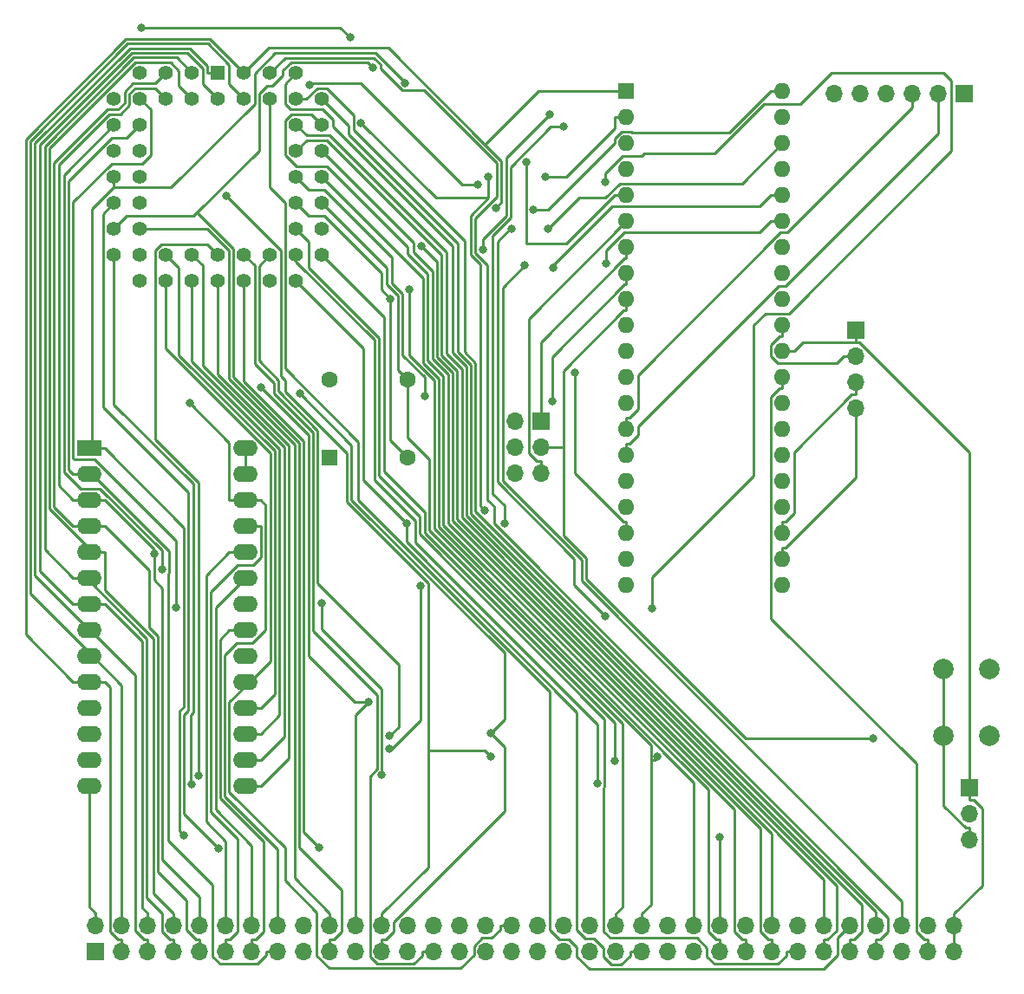
<source format=gbr>
%TF.GenerationSoftware,KiCad,Pcbnew,(6.0.2)*%
%TF.CreationDate,2022-09-05T19:25:54-07:00*%
%TF.ProjectId,Steve 68k,53746576-6520-4363-986b-2e6b69636164,rev?*%
%TF.SameCoordinates,Original*%
%TF.FileFunction,Copper,L2,Bot*%
%TF.FilePolarity,Positive*%
%FSLAX46Y46*%
G04 Gerber Fmt 4.6, Leading zero omitted, Abs format (unit mm)*
G04 Created by KiCad (PCBNEW (6.0.2)) date 2022-09-05 19:25:54*
%MOMM*%
%LPD*%
G01*
G04 APERTURE LIST*
%TA.AperFunction,ComponentPad*%
%ADD10R,1.600000X1.600000*%
%TD*%
%TA.AperFunction,ComponentPad*%
%ADD11C,1.600000*%
%TD*%
%TA.AperFunction,ComponentPad*%
%ADD12O,1.600000X1.600000*%
%TD*%
%TA.AperFunction,ComponentPad*%
%ADD13C,2.000000*%
%TD*%
%TA.AperFunction,ComponentPad*%
%ADD14R,1.700000X1.700000*%
%TD*%
%TA.AperFunction,ComponentPad*%
%ADD15O,1.700000X1.700000*%
%TD*%
%TA.AperFunction,ComponentPad*%
%ADD16R,1.422400X1.422400*%
%TD*%
%TA.AperFunction,ComponentPad*%
%ADD17C,1.422400*%
%TD*%
%TA.AperFunction,ComponentPad*%
%ADD18R,2.400000X1.600000*%
%TD*%
%TA.AperFunction,ComponentPad*%
%ADD19O,2.400000X1.600000*%
%TD*%
%TA.AperFunction,ViaPad*%
%ADD20C,0.800000*%
%TD*%
%TA.AperFunction,Conductor*%
%ADD21C,0.250000*%
%TD*%
G04 APERTURE END LIST*
D10*
%TO.P,X1,1,EN*%
%TO.N,unconnected-(X1-Pad1)*%
X94996000Y-79502000D03*
D11*
%TO.P,X1,4,GND*%
%TO.N,GND*%
X102616000Y-79502000D03*
%TO.P,X1,5,OUT*%
%TO.N,/CLK*%
X102616000Y-71882000D03*
%TO.P,X1,8,Vcc*%
%TO.N,VCC*%
X94996000Y-71882000D03*
%TD*%
D12*
%TO.P,U7,40,PA0*%
%TO.N,/D0*%
X139187000Y-43688000D03*
%TO.P,U7,39,PA1*%
%TO.N,/D1*%
X139187000Y-46228000D03*
%TO.P,U7,38,PA2*%
%TO.N,/D2*%
X139187000Y-48768000D03*
%TO.P,U7,37,PA3*%
%TO.N,/D3*%
X139187000Y-51308000D03*
%TO.P,U7,36,PA4*%
%TO.N,/D4*%
X139187000Y-53848000D03*
%TO.P,U7,35,PA5*%
%TO.N,/D5*%
X139187000Y-56388000D03*
%TO.P,U7,34,PA6*%
%TO.N,/D6*%
X139187000Y-58928000D03*
%TO.P,U7,33,PA7*%
%TO.N,/D7*%
X139187000Y-61468000D03*
%TO.P,U7,32,AREF*%
%TO.N,unconnected-(U7-Pad32)*%
X139187000Y-64008000D03*
%TO.P,U7,31,GND*%
%TO.N,GND*%
X139187000Y-66548000D03*
%TO.P,U7,30,AVCC*%
%TO.N,VCC*%
X139187000Y-69088000D03*
%TO.P,U7,29,PC7*%
%TO.N,/~{AVRSEL}*%
X139187000Y-71628000D03*
%TO.P,U7,28,PC6*%
%TO.N,/~{DTACK_AVR}*%
X139187000Y-74168000D03*
%TO.P,U7,27,PC5*%
%TO.N,/A8*%
X139187000Y-76708000D03*
%TO.P,U7,26,PC4*%
%TO.N,/A7*%
X139187000Y-79248000D03*
%TO.P,U7,25,PC3*%
%TO.N,/A6*%
X139187000Y-81788000D03*
%TO.P,U7,24,PC2*%
%TO.N,/A5*%
X139187000Y-84328000D03*
%TO.P,U7,23,PC1*%
%TO.N,/SDA*%
X139187000Y-86868000D03*
%TO.P,U7,22,PC0*%
%TO.N,/SCL*%
X139187000Y-89408000D03*
%TO.P,U7,21,PD7*%
%TO.N,/IPL2*%
X139187000Y-91948000D03*
%TO.P,U7,20,PD6*%
%TO.N,/IPL1*%
X123947000Y-91948000D03*
%TO.P,U7,19,PD5*%
%TO.N,/IPL0*%
X123947000Y-89408000D03*
%TO.P,U7,18,PD4*%
%TO.N,Net-(D2-Pad2)*%
X123947000Y-86868000D03*
%TO.P,U7,17,PD3*%
%TO.N,/A9*%
X123947000Y-84328000D03*
%TO.P,U7,16,PD2*%
%TO.N,/R~{W}*%
X123947000Y-81788000D03*
%TO.P,U7,15,PD1*%
%TO.N,/TXD0*%
X123947000Y-79248000D03*
%TO.P,U7,14,PD0*%
%TO.N,/RXD0*%
X123947000Y-76708000D03*
%TO.P,U7,13,XTAL1*%
%TO.N,/CLK*%
X123947000Y-74168000D03*
%TO.P,U7,12,XTAL2*%
%TO.N,unconnected-(U7-Pad12)*%
X123947000Y-71628000D03*
%TO.P,U7,11,GND*%
%TO.N,GND*%
X123947000Y-69088000D03*
%TO.P,U7,10,VCC*%
%TO.N,VCC*%
X123947000Y-66548000D03*
%TO.P,U7,9,~{RESET}*%
%TO.N,/~{RESET}*%
X123947000Y-64008000D03*
%TO.P,U7,8,PB7*%
%TO.N,/SCK*%
X123947000Y-61468000D03*
%TO.P,U7,7,PB6*%
%TO.N,/MISO*%
X123947000Y-58928000D03*
%TO.P,U7,6,PB5*%
%TO.N,/MOSI*%
X123947000Y-56388000D03*
%TO.P,U7,5,PB4*%
%TO.N,/A4*%
X123947000Y-53848000D03*
%TO.P,U7,4,PB3*%
%TO.N,/A3*%
X123947000Y-51308000D03*
%TO.P,U7,3,PB2*%
%TO.N,/A2*%
X123947000Y-48768000D03*
%TO.P,U7,2,PB1*%
%TO.N,/A1*%
X123947000Y-46228000D03*
D10*
%TO.P,U7,1,PB0*%
%TO.N,/A0*%
X123947000Y-43688000D03*
%TD*%
D13*
%TO.P,SW1,1,1*%
%TO.N,GND*%
X154940000Y-100180000D03*
X154940000Y-106680000D03*
%TO.P,SW1,2,2*%
%TO.N,Net-(C1-Pad1)*%
X159440000Y-100180000D03*
X159440000Y-106680000D03*
%TD*%
D14*
%TO.P,J5,1,Pin_1*%
%TO.N,unconnected-(J5-Pad1)*%
X156972000Y-43942000D03*
D15*
%TO.P,J5,2,Pin_2*%
%TO.N,/TXD0*%
X154432000Y-43942000D03*
%TO.P,J5,3,Pin_3*%
%TO.N,/RXD0*%
X151892000Y-43942000D03*
%TO.P,J5,4,Pin_4*%
%TO.N,VCC*%
X149352000Y-43942000D03*
%TO.P,J5,5,Pin_5*%
%TO.N,unconnected-(J5-Pad5)*%
X146812000Y-43942000D03*
%TO.P,J5,6,Pin_6*%
%TO.N,GND*%
X144272000Y-43942000D03*
%TD*%
D14*
%TO.P,J4,1,Pin_1*%
%TO.N,/MISO*%
X115590000Y-75961000D03*
D15*
%TO.P,J4,2,Pin_2*%
%TO.N,/SCK*%
X113050000Y-75961000D03*
%TO.P,J4,3,Pin_3*%
%TO.N,/~{RESET}*%
X115590000Y-78501000D03*
%TO.P,J4,4,Pin_4*%
%TO.N,GND*%
X113050000Y-78501000D03*
%TO.P,J4,5,Pin_5*%
%TO.N,/MOSI*%
X115590000Y-81041000D03*
%TO.P,J4,6,Pin_6*%
%TO.N,VCC*%
X113050000Y-81041000D03*
%TD*%
D14*
%TO.P,J3,1,Pin_1*%
%TO.N,GND*%
X72146000Y-127767000D03*
D15*
%TO.P,J3,2,Pin_2*%
X72146000Y-125227000D03*
%TO.P,J3,3,Pin_3*%
%TO.N,/A0*%
X74686000Y-127767000D03*
%TO.P,J3,4,Pin_4*%
%TO.N,/A1*%
X74686000Y-125227000D03*
%TO.P,J3,5,Pin_5*%
%TO.N,/A2*%
X77226000Y-127767000D03*
%TO.P,J3,6,Pin_6*%
%TO.N,/A3*%
X77226000Y-125227000D03*
%TO.P,J3,7,Pin_7*%
%TO.N,/A4*%
X79766000Y-127767000D03*
%TO.P,J3,8,Pin_8*%
%TO.N,/A5*%
X79766000Y-125227000D03*
%TO.P,J3,9,Pin_9*%
%TO.N,/A6*%
X82306000Y-127767000D03*
%TO.P,J3,10,Pin_10*%
%TO.N,/A7*%
X82306000Y-125227000D03*
%TO.P,J3,11,Pin_11*%
%TO.N,/A8*%
X84846000Y-127767000D03*
%TO.P,J3,12,Pin_12*%
%TO.N,/A9*%
X84846000Y-125227000D03*
%TO.P,J3,13,Pin_13*%
%TO.N,/A10*%
X87386000Y-127767000D03*
%TO.P,J3,14,Pin_14*%
%TO.N,/A11*%
X87386000Y-125227000D03*
%TO.P,J3,15,Pin_15*%
%TO.N,/A12*%
X89926000Y-127767000D03*
%TO.P,J3,16,Pin_16*%
%TO.N,/A13*%
X89926000Y-125227000D03*
%TO.P,J3,17,Pin_17*%
%TO.N,/A14*%
X92466000Y-127767000D03*
%TO.P,J3,18,Pin_18*%
%TO.N,/A15*%
X92466000Y-125227000D03*
%TO.P,J3,19,Pin_19*%
%TO.N,/A16*%
X95006000Y-127767000D03*
%TO.P,J3,20,Pin_20*%
%TO.N,/A17*%
X95006000Y-125227000D03*
%TO.P,J3,21,Pin_21*%
%TO.N,/A18*%
X97546000Y-127767000D03*
%TO.P,J3,22,Pin_22*%
%TO.N,/A19*%
X97546000Y-125227000D03*
%TO.P,J3,23,Pin_23*%
%TO.N,/A20*%
X100086000Y-127767000D03*
%TO.P,J3,24,Pin_24*%
%TO.N,/A21*%
X100086000Y-125227000D03*
%TO.P,J3,25,Pin_25*%
%TO.N,unconnected-(J3-Pad25)*%
X102626000Y-127767000D03*
%TO.P,J3,26,Pin_26*%
%TO.N,unconnected-(J3-Pad26)*%
X102626000Y-125227000D03*
%TO.P,J3,27,Pin_27*%
%TO.N,/D0*%
X105166000Y-127767000D03*
%TO.P,J3,28,Pin_28*%
%TO.N,/D1*%
X105166000Y-125227000D03*
%TO.P,J3,29,Pin_29*%
%TO.N,/D2*%
X107706000Y-127767000D03*
%TO.P,J3,30,Pin_30*%
%TO.N,/D3*%
X107706000Y-125227000D03*
%TO.P,J3,31,Pin_31*%
%TO.N,/D4*%
X110246000Y-127767000D03*
%TO.P,J3,32,Pin_32*%
%TO.N,/D5*%
X110246000Y-125227000D03*
%TO.P,J3,33,Pin_33*%
%TO.N,/D6*%
X112786000Y-127767000D03*
%TO.P,J3,34,Pin_34*%
%TO.N,/D7*%
X112786000Y-125227000D03*
%TO.P,J3,35,Pin_35*%
%TO.N,unconnected-(J3-Pad35)*%
X115326000Y-127767000D03*
%TO.P,J3,36,Pin_36*%
%TO.N,unconnected-(J3-Pad36)*%
X115326000Y-125227000D03*
%TO.P,J3,37,Pin_37*%
%TO.N,unconnected-(J3-Pad37)*%
X117866000Y-127767000D03*
%TO.P,J3,38,Pin_38*%
%TO.N,unconnected-(J3-Pad38)*%
X117866000Y-125227000D03*
%TO.P,J3,39,Pin_39*%
%TO.N,unconnected-(J3-Pad39)*%
X120406000Y-127767000D03*
%TO.P,J3,40,Pin_40*%
%TO.N,unconnected-(J3-Pad40)*%
X120406000Y-125227000D03*
%TO.P,J3,41,Pin_41*%
%TO.N,unconnected-(J3-Pad41)*%
X122946000Y-127767000D03*
%TO.P,J3,42,Pin_42*%
%TO.N,/CLK*%
X122946000Y-125227000D03*
%TO.P,J3,43,Pin_43*%
%TO.N,/R~{W}*%
X125486000Y-127767000D03*
%TO.P,J3,44,Pin_44*%
%TO.N,/~{AS}*%
X125486000Y-125227000D03*
%TO.P,J3,45,Pin_45*%
%TO.N,unconnected-(J3-Pad45)*%
X128026000Y-127767000D03*
%TO.P,J3,46,Pin_46*%
%TO.N,/~{DS}*%
X128026000Y-125227000D03*
%TO.P,J3,47,Pin_47*%
%TO.N,/~{RESET}*%
X130566000Y-127767000D03*
%TO.P,J3,48,Pin_48*%
%TO.N,/~{HALT}*%
X130566000Y-125227000D03*
%TO.P,J3,49,Pin_49*%
%TO.N,/~{BERR}*%
X133106000Y-127767000D03*
%TO.P,J3,50,Pin_50*%
%TO.N,/~{DTACK_CPU}*%
X133106000Y-125227000D03*
%TO.P,J3,51,Pin_51*%
%TO.N,/E*%
X135646000Y-127767000D03*
%TO.P,J3,52,Pin_52*%
%TO.N,unconnected-(J3-Pad52)*%
X135646000Y-125227000D03*
%TO.P,J3,53,Pin_53*%
%TO.N,/~{BGACK}*%
X138186000Y-127767000D03*
%TO.P,J3,54,Pin_54*%
%TO.N,/~{VPA}*%
X138186000Y-125227000D03*
%TO.P,J3,55,Pin_55*%
%TO.N,/~{BR}*%
X140726000Y-127767000D03*
%TO.P,J3,56,Pin_56*%
%TO.N,/~{BG}*%
X140726000Y-125227000D03*
%TO.P,J3,57,Pin_57*%
%TO.N,/~{IPL0}*%
X143266000Y-127767000D03*
%TO.P,J3,58,Pin_58*%
%TO.N,/~{IPL1}*%
X143266000Y-125227000D03*
%TO.P,J3,59,Pin_59*%
%TO.N,/~{IPL2}*%
X145806000Y-127767000D03*
%TO.P,J3,60,Pin_60*%
%TO.N,/FC0*%
X145806000Y-125227000D03*
%TO.P,J3,61,Pin_61*%
%TO.N,/FC1*%
X148346000Y-127767000D03*
%TO.P,J3,62,Pin_62*%
%TO.N,/FC2*%
X148346000Y-125227000D03*
%TO.P,J3,63,Pin_63*%
%TO.N,/~{ROMSEL}*%
X150886000Y-127767000D03*
%TO.P,J3,64,Pin_64*%
%TO.N,/~{RAMSEL}*%
X150886000Y-125227000D03*
%TO.P,J3,65,Pin_65*%
%TO.N,/~{AVRSEL}*%
X153426000Y-127767000D03*
%TO.P,J3,66,Pin_66*%
%TO.N,unconnected-(J3-Pad66)*%
X153426000Y-125227000D03*
%TO.P,J3,67,Pin_67*%
%TO.N,VCC*%
X155966000Y-127767000D03*
%TO.P,J3,68,Pin_68*%
X155966000Y-125227000D03*
%TD*%
%TO.P,J2,4,Pin_4*%
%TO.N,/SCL*%
X146329000Y-74686000D03*
%TO.P,J2,3,Pin_3*%
%TO.N,/SDA*%
X146329000Y-72146000D03*
%TO.P,J2,2,Pin_2*%
%TO.N,GND*%
X146329000Y-69606000D03*
D14*
%TO.P,J2,1,Pin_1*%
%TO.N,VCC*%
X146329000Y-67066000D03*
%TD*%
D15*
%TO.P,J1,3,Pin_3*%
%TO.N,GND*%
X157480000Y-116840000D03*
%TO.P,J1,2,Pin_2*%
%TO.N,unconnected-(J1-Pad2)*%
X157480000Y-114300000D03*
D14*
%TO.P,J1,1,Pin_1*%
%TO.N,VCC*%
X157480000Y-111760000D03*
%TD*%
D16*
%TO.P,IC1,1,A2*%
%TO.N,/A2*%
X84074000Y-41910000D03*
D17*
%TO.P,IC1,2,A3*%
%TO.N,/A3*%
X84074000Y-44450000D03*
%TO.P,IC1,3,A4*%
%TO.N,/A4*%
X81534000Y-41910000D03*
%TO.P,IC1,4,A5*%
%TO.N,/A5*%
X81534000Y-44450000D03*
%TO.P,IC1,5,A6*%
%TO.N,/A6*%
X78994000Y-41910000D03*
%TO.P,IC1,6,A7*%
%TO.N,/A7*%
X78994000Y-44450000D03*
%TO.P,IC1,7,A8*%
%TO.N,/A8*%
X76454000Y-41910000D03*
%TO.P,IC1,8,A9*%
%TO.N,/A9*%
X73914000Y-44450000D03*
%TO.P,IC1,9,A10*%
%TO.N,/A10*%
X76454000Y-44450000D03*
%TO.P,IC1,10,A11*%
%TO.N,/A11*%
X73914000Y-46990000D03*
%TO.P,IC1,11,A12*%
%TO.N,/A12*%
X76454000Y-46990000D03*
%TO.P,IC1,12,A13*%
%TO.N,/A13*%
X73914000Y-49530000D03*
%TO.P,IC1,13,A21*%
%TO.N,/A21*%
X76454000Y-49530000D03*
%TO.P,IC1,14,A14*%
%TO.N,/A14*%
X73914000Y-52070000D03*
%TO.P,IC1,15,VCC*%
%TO.N,VCC*%
X76454000Y-52070000D03*
%TO.P,IC1,16,A15*%
%TO.N,/A15*%
X73914000Y-54610000D03*
%TO.P,IC1,17,GND_1*%
%TO.N,GND*%
X76454000Y-54610000D03*
%TO.P,IC1,18,A16*%
%TO.N,/A16*%
X73914000Y-57150000D03*
%TO.P,IC1,19,A17*%
%TO.N,/A17*%
X76454000Y-57150000D03*
%TO.P,IC1,20,A18*%
%TO.N,/A18*%
X73914000Y-59690000D03*
%TO.P,IC1,21,A19*%
%TO.N,/A19*%
X76454000Y-62230000D03*
%TO.P,IC1,22,A20*%
%TO.N,/A20*%
X76454000Y-59690000D03*
%TO.P,IC1,23,D7*%
%TO.N,/D7*%
X78994000Y-62230000D03*
%TO.P,IC1,24,D6*%
%TO.N,/D6*%
X78994000Y-59690000D03*
%TO.P,IC1,25,D5*%
%TO.N,/D5*%
X81534000Y-62230000D03*
%TO.P,IC1,26,D4*%
%TO.N,/D4*%
X81534000Y-59690000D03*
%TO.P,IC1,27,D3*%
%TO.N,/D3*%
X84074000Y-62230000D03*
%TO.P,IC1,28,D2*%
%TO.N,/D2*%
X84074000Y-59690000D03*
%TO.P,IC1,29,D1*%
%TO.N,/D1*%
X86614000Y-62230000D03*
%TO.P,IC1,30,D0*%
%TO.N,/D0*%
X86614000Y-59690000D03*
%TO.P,IC1,31,~{AS}*%
%TO.N,/~{AS}*%
X89154000Y-62230000D03*
%TO.P,IC1,32,~{DS}*%
%TO.N,/~{DS}*%
X89154000Y-59690000D03*
%TO.P,IC1,33,R/~{W}*%
%TO.N,/R~{W}*%
X91694000Y-62230000D03*
%TO.P,IC1,34,~{DTACK}*%
%TO.N,/~{DTACK_CPU}*%
X94234000Y-59690000D03*
%TO.P,IC1,35,~{BG}*%
%TO.N,/~{BG}*%
X91694000Y-59690000D03*
%TO.P,IC1,36,~{BGACK}*%
%TO.N,/~{BGACK}*%
X94234000Y-57150000D03*
%TO.P,IC1,37,~{BR}*%
%TO.N,/~{BR}*%
X91694000Y-57150000D03*
%TO.P,IC1,38,CLK*%
%TO.N,/CLK*%
X94234000Y-54610000D03*
%TO.P,IC1,39,GND_2*%
%TO.N,GND*%
X91694000Y-54610000D03*
%TO.P,IC1,40,~{HALT}*%
%TO.N,/~{HALT}*%
X94234000Y-52070000D03*
%TO.P,IC1,41,~{RESET}*%
%TO.N,/~{RESET}*%
X91694000Y-52070000D03*
%TO.P,IC1,42,E*%
%TO.N,/E*%
X94234000Y-49530000D03*
%TO.P,IC1,43,~{VPA}*%
%TO.N,/~{VPA}*%
X91694000Y-49530000D03*
%TO.P,IC1,44,~{BERR}*%
%TO.N,/~{BERR}*%
X94234000Y-46990000D03*
%TO.P,IC1,45,~{IPL1}*%
%TO.N,/~{IPL1}*%
X91694000Y-46990000D03*
%TO.P,IC1,46,~{IPL2}*%
%TO.N,/~{IPL2}*%
X94234000Y-44450000D03*
%TO.P,IC1,47,~{IPL0}*%
%TO.N,/~{IPL0}*%
X91694000Y-41910000D03*
%TO.P,IC1,48,FC2*%
%TO.N,/FC2*%
X91694000Y-44450000D03*
%TO.P,IC1,49,FC1*%
%TO.N,/FC1*%
X89154000Y-41910000D03*
%TO.P,IC1,50,FC0*%
%TO.N,/FC0*%
X89154000Y-44450000D03*
%TO.P,IC1,51,A0*%
%TO.N,/A0*%
X86614000Y-41910000D03*
%TO.P,IC1,52,A1*%
%TO.N,/A1*%
X86614000Y-44450000D03*
%TD*%
D18*
%TO.P,U6,1,A14*%
%TO.N,/A14*%
X71475000Y-78572600D03*
D19*
%TO.P,U6,2,A12*%
%TO.N,/A12*%
X71475000Y-81112600D03*
%TO.P,U6,3,A7*%
%TO.N,/A7*%
X71475000Y-83652600D03*
%TO.P,U6,4,A6*%
%TO.N,/A6*%
X71475000Y-86192600D03*
%TO.P,U6,5,A5*%
%TO.N,/A5*%
X71475000Y-88732600D03*
%TO.P,U6,6,A4*%
%TO.N,/A4*%
X71475000Y-91272600D03*
%TO.P,U6,7,A3*%
%TO.N,/A3*%
X71475000Y-93812600D03*
%TO.P,U6,8,A2*%
%TO.N,/A2*%
X71475000Y-96352600D03*
%TO.P,U6,9,A1*%
%TO.N,/A1*%
X71475000Y-98892600D03*
%TO.P,U6,10,A0*%
%TO.N,/A0*%
X71475000Y-101432600D03*
%TO.P,U6,11,D0*%
%TO.N,/D0*%
X71475000Y-103972600D03*
%TO.P,U6,12,D1*%
%TO.N,/D1*%
X71475000Y-106512600D03*
%TO.P,U6,13,D2*%
%TO.N,/D2*%
X71475000Y-109052600D03*
%TO.P,U6,14,GND*%
%TO.N,GND*%
X71475000Y-111592600D03*
%TO.P,U6,15,D3*%
%TO.N,/D3*%
X86715000Y-111592600D03*
%TO.P,U6,16,D4*%
%TO.N,/D4*%
X86715000Y-109052600D03*
%TO.P,U6,17,D5*%
%TO.N,/D5*%
X86715000Y-106512600D03*
%TO.P,U6,18,D6*%
%TO.N,/D6*%
X86715000Y-103972600D03*
%TO.P,U6,19,D7*%
%TO.N,/D7*%
X86715000Y-101432600D03*
%TO.P,U6,20,~{CS}*%
%TO.N,/~{ROMSEL}*%
X86715000Y-98892600D03*
%TO.P,U6,21,A10*%
%TO.N,/A10*%
X86715000Y-96352600D03*
%TO.P,U6,22,~{OE}*%
%TO.N,/~{OE}*%
X86715000Y-93812600D03*
%TO.P,U6,23,A11*%
%TO.N,/A11*%
X86715000Y-91272600D03*
%TO.P,U6,24,A9*%
%TO.N,/A9*%
X86715000Y-88732600D03*
%TO.P,U6,25,A8*%
%TO.N,/A8*%
X86715000Y-86192600D03*
%TO.P,U6,26,A13*%
%TO.N,/A13*%
X86715000Y-83652600D03*
%TO.P,U6,27,~{WE}*%
%TO.N,VCC*%
X86715000Y-81112600D03*
%TO.P,U6,28,VCC*%
X86715000Y-78572600D03*
%TD*%
D20*
%TO.N,/~{OE}*%
X126492000Y-94234000D03*
X121920000Y-52578000D03*
%TO.N,/~{BGACK}*%
X103969100Y-58866500D03*
%TO.N,/SCK*%
X116689900Y-73975100D03*
%TO.N,/~{RAMSEL}*%
X114046000Y-60706000D03*
%TO.N,Net-(D2-Pad2)*%
X118923100Y-71192300D03*
%TO.N,/~{DTACK_CPU}*%
X133107400Y-116615400D03*
X122821400Y-109097500D03*
%TO.N,/~{RAM_WE}*%
X100838000Y-107950000D03*
X103892600Y-92046700D03*
X112037800Y-85919700D03*
X117821400Y-47183000D03*
%TO.N,/~{OE}*%
X94234000Y-93726000D03*
X100076000Y-110490000D03*
%TO.N,/~{BG}*%
X121109400Y-111348200D03*
%TO.N,/~{RESET}*%
X104245200Y-73439600D03*
X148082000Y-106934000D03*
%TO.N,/~{DS}*%
X100838000Y-106680000D03*
%TO.N,/~{AS}*%
X127000000Y-108712000D03*
X102718200Y-63078100D03*
%TO.N,/R~{W}*%
X102491700Y-85906200D03*
%TO.N,/D5*%
X121957500Y-60537477D03*
%TO.N,/D4*%
X116840000Y-60960000D03*
%TO.N,/D2*%
X82175100Y-110598400D03*
X116332000Y-57150000D03*
%TO.N,/D1*%
X93982100Y-117555200D03*
%TO.N,/D0*%
X114907900Y-55295300D03*
%TO.N,/A21*%
X84902100Y-53927300D03*
X110744000Y-108712000D03*
%TO.N,/A20*%
X92061200Y-73217000D03*
X110744000Y-106426000D03*
%TO.N,/A19*%
X88267300Y-72613100D03*
X98806000Y-103378000D03*
%TO.N,/A18*%
X81470300Y-111402600D03*
X76615700Y-37485200D03*
X96973700Y-38471700D03*
%TO.N,/A17*%
X109959900Y-59180200D03*
X116434400Y-45948500D03*
%TO.N,/A16*%
X99221900Y-41356800D03*
%TO.N,/A15*%
X84103500Y-117639100D03*
%TO.N,/A14*%
X80730900Y-116449300D03*
X102375400Y-42877100D03*
%TO.N,/A13*%
X81311500Y-74171200D03*
%TO.N,/A11*%
X78587800Y-90434800D03*
%TO.N,/A10*%
X79989500Y-94151200D03*
X121920000Y-94996000D03*
X112776000Y-57150000D03*
%TO.N,/A9*%
X110490000Y-52062811D03*
X98040900Y-46780500D03*
X110139000Y-84657800D03*
%TO.N,/A7*%
X77844200Y-88885400D03*
%TO.N,/A4*%
X114183400Y-50613800D03*
%TO.N,/A3*%
X93063700Y-43085700D03*
X109474000Y-52832000D03*
%TO.N,/A1*%
X116078000Y-52101020D03*
%TO.N,/A0*%
X111224151Y-55090151D03*
%TO.N,GND*%
X100930200Y-63978700D03*
%TD*%
D21*
%TO.N,/~{RESET}*%
X120025831Y-89273896D02*
X117856000Y-87104064D01*
X120025831Y-91323831D02*
X120025831Y-89273896D01*
X117856000Y-87104064D02*
X117856000Y-82383600D01*
X135636000Y-106934000D02*
X120025831Y-91323831D01*
X117789700Y-82317300D02*
X117789700Y-78501000D01*
X148082000Y-106934000D02*
X135636000Y-106934000D01*
X117856000Y-82383600D02*
X117789700Y-82317300D01*
%TO.N,/~{AS}*%
X126689200Y-109022800D02*
X126350200Y-109022800D01*
X127000000Y-108712000D02*
X126689200Y-109022800D01*
%TO.N,/A19*%
X98806000Y-103378000D02*
X97546000Y-104638000D01*
X92904200Y-98850100D02*
X92904200Y-77250000D01*
X98806000Y-103378000D02*
X97432100Y-103378000D01*
X92904200Y-77250000D02*
X88267300Y-72613100D01*
X97432100Y-103378000D02*
X92904200Y-98850100D01*
X97546000Y-104638000D02*
X97546000Y-125227000D01*
%TO.N,/D0*%
X87650500Y-60726500D02*
X86614000Y-59690000D01*
X89515100Y-72195600D02*
X87650500Y-70331000D01*
X89515100Y-73224000D02*
X89515100Y-72195600D01*
X87650500Y-70331000D02*
X87650500Y-60726500D01*
X93354500Y-77063400D02*
X89515100Y-73224000D01*
X93354500Y-96402500D02*
X93354500Y-77063400D01*
X99626480Y-102674480D02*
X93354500Y-96402500D01*
X99605400Y-128953400D02*
X98911489Y-128259489D01*
X98911489Y-128259489D02*
X98911489Y-110629897D01*
X98911489Y-110629897D02*
X99626480Y-109914906D01*
X103171600Y-128953400D02*
X99605400Y-128953400D01*
X103990700Y-128134300D02*
X103171600Y-128953400D01*
X103990700Y-127767000D02*
X103990700Y-128134300D01*
X99626480Y-109914906D02*
X99626480Y-102674480D01*
X105166000Y-127767000D02*
X103990700Y-127767000D01*
%TO.N,/A20*%
X97127100Y-78282900D02*
X92061200Y-73217000D01*
X97127100Y-83618500D02*
X97127100Y-78282900D01*
X112066100Y-98557500D02*
X97127100Y-83618500D01*
X112066100Y-105103900D02*
X112066100Y-98557500D01*
X110744000Y-106426000D02*
X112066100Y-105103900D01*
X100086000Y-126591700D02*
X100086000Y-127767000D01*
X100453400Y-126591700D02*
X100086000Y-126591700D01*
X101261300Y-125783800D02*
X100453400Y-126591700D01*
X101261300Y-124849500D02*
X101261300Y-125783800D01*
X112066100Y-107748100D02*
X112066100Y-114044700D01*
X110744000Y-106426000D02*
X112066100Y-107748100D01*
X112066100Y-114044700D02*
X101261300Y-124849500D01*
%TO.N,/A21*%
X110163400Y-108131400D02*
X110744000Y-108712000D01*
X104617900Y-108131400D02*
X110163400Y-108131400D01*
%TO.N,/~{DS}*%
X88100900Y-60743100D02*
X89154000Y-59690000D01*
X88100900Y-70051500D02*
X88100900Y-60743100D01*
X89965500Y-73003300D02*
X89965500Y-71916100D01*
X93804900Y-91772900D02*
X93804900Y-76842700D01*
X89965500Y-71916100D02*
X88100900Y-70051500D01*
X100838000Y-106680000D02*
X101724100Y-105793900D01*
X101724100Y-105793900D02*
X101724100Y-99692100D01*
X101724100Y-99692100D02*
X93804900Y-91772900D01*
X93804900Y-76842700D02*
X89965500Y-73003300D01*
%TO.N,/~{RAM_WE}*%
X103892600Y-105135914D02*
X103892600Y-92046700D01*
X101078514Y-107950000D02*
X103892600Y-105135914D01*
X100838000Y-107950000D02*
X101078514Y-107950000D01*
%TO.N,/~{OE}*%
X94234000Y-96218000D02*
X94234000Y-93726000D01*
X100076000Y-110490000D02*
X100076000Y-102060000D01*
X100076000Y-102060000D02*
X94234000Y-96218000D01*
%TO.N,/D5*%
X138061700Y-56388000D02*
X139187000Y-56388000D01*
X136936400Y-57513300D02*
X138061700Y-56388000D01*
X121957500Y-59282200D02*
X123726400Y-57513300D01*
X121957500Y-60537477D02*
X121957500Y-59282200D01*
X123726400Y-57513300D02*
X136936400Y-57513300D01*
%TO.N,/D4*%
X136936400Y-54973300D02*
X138061700Y-53848000D01*
X116840000Y-60693100D02*
X122559800Y-54973300D01*
X122559800Y-54973300D02*
X136936400Y-54973300D01*
X138061700Y-53848000D02*
X139187000Y-53848000D01*
X116840000Y-60960000D02*
X116840000Y-60693100D01*
%TO.N,/D2*%
X135231511Y-52723489D02*
X139187000Y-48768000D01*
X123310493Y-52723489D02*
X135231511Y-52723489D01*
X121931982Y-54102000D02*
X123310493Y-52723489D01*
X119380000Y-54102000D02*
X121931982Y-54102000D01*
X116332000Y-57150000D02*
X119380000Y-54102000D01*
%TO.N,/D0*%
X133997700Y-47752000D02*
X138061700Y-43688000D01*
X123481211Y-47643489D02*
X124412789Y-47643489D01*
X122822489Y-48302211D02*
X123481211Y-47643489D01*
X116282900Y-55295300D02*
X122822489Y-48755711D01*
X122822489Y-48755711D02*
X122822489Y-48302211D01*
X138061700Y-43688000D02*
X139187000Y-43688000D01*
X124412789Y-47643489D02*
X124521300Y-47752000D01*
X114907900Y-55295300D02*
X116282900Y-55295300D01*
X124521300Y-47752000D02*
X133997700Y-47752000D01*
%TO.N,/A4*%
X118090311Y-58579389D02*
X122821700Y-53848000D01*
X114183400Y-58579389D02*
X118090311Y-58579389D01*
X122821700Y-53848000D02*
X123947000Y-53848000D01*
X114183400Y-50613800D02*
X114183400Y-58579389D01*
%TO.N,/A1*%
X122821700Y-46228000D02*
X123947000Y-46228000D01*
X122821700Y-47340800D02*
X122821700Y-46228000D01*
X118061480Y-52101020D02*
X122821700Y-47340800D01*
X116078000Y-52101020D02*
X118061480Y-52101020D01*
%TO.N,/A10*%
X118851800Y-91927800D02*
X121920000Y-94996000D01*
X118851800Y-89371300D02*
X118851800Y-91927800D01*
X112617000Y-57150000D02*
X111358200Y-58408800D01*
X112776000Y-57150000D02*
X112617000Y-57150000D01*
X111358200Y-81877700D02*
X118851800Y-89371300D01*
X111358200Y-58408800D02*
X111358200Y-81877700D01*
%TO.N,/~{RAMSEL}*%
X150886000Y-122819718D02*
X150886000Y-125227000D01*
X111866000Y-81749782D02*
X119576311Y-89460093D01*
X114046000Y-60719400D02*
X111866000Y-62899400D01*
X114046000Y-60706000D02*
X114046000Y-60719400D01*
X119576311Y-89460093D02*
X119576311Y-91510029D01*
X119576311Y-91510029D02*
X150886000Y-122819718D01*
X111866000Y-62899400D02*
X111866000Y-81749782D01*
%TO.N,/A3*%
X93226500Y-42922900D02*
X93063700Y-43085700D01*
X98026100Y-42922900D02*
X93226500Y-42922900D01*
X107935200Y-52832000D02*
X98026100Y-42922900D01*
X109474000Y-52832000D02*
X107935200Y-52832000D01*
%TO.N,/A9*%
X108753380Y-59689498D02*
X108753380Y-55832720D01*
X108753380Y-55832720D02*
X110490000Y-54096100D01*
X109683800Y-60619918D02*
X108753380Y-59689498D01*
X109683800Y-84202600D02*
X109683800Y-60619918D01*
X110139000Y-84657800D02*
X109683800Y-84202600D01*
X110490000Y-52062811D02*
X110490000Y-54096100D01*
X110490000Y-54096100D02*
X108752500Y-54096100D01*
X108752500Y-54096100D02*
X110230100Y-54096100D01*
%TO.N,/FC1*%
X90643100Y-40420900D02*
X89154000Y-41910000D01*
X99311800Y-40420900D02*
X90643100Y-40420900D01*
X99947200Y-41056300D02*
X99311800Y-40420900D01*
X99947200Y-41473514D02*
X99947200Y-41056300D01*
X102075297Y-43601611D02*
X99947200Y-41473514D01*
X104190393Y-43601611D02*
X102075297Y-43601611D01*
X111315940Y-50727158D02*
X104190393Y-43601611D01*
X111315940Y-53973748D02*
X111315940Y-50727158D01*
X109202900Y-56086788D02*
X111315940Y-53973748D01*
X109202900Y-59503300D02*
X109202900Y-56086788D01*
X110415900Y-60716300D02*
X109202900Y-59503300D01*
X110415900Y-83606100D02*
X110415900Y-60716300D01*
X149521300Y-124429100D02*
X111020300Y-85928100D01*
X148713400Y-126591700D02*
X149521300Y-125783800D01*
X149521300Y-125783800D02*
X149521300Y-124429100D01*
X111020300Y-85928100D02*
X111020300Y-84210500D01*
X148346000Y-126591700D02*
X148713400Y-126591700D01*
X111020300Y-84210500D02*
X110415900Y-83606100D01*
X148346000Y-127767000D02*
X148346000Y-126591700D01*
%TO.N,/A0*%
X111765460Y-54548842D02*
X111765460Y-50540960D01*
X111765460Y-50540960D02*
X110162300Y-48937800D01*
X111224151Y-55090151D02*
X111765460Y-54548842D01*
%TO.N,/A17*%
X112214980Y-50167920D02*
X112214980Y-55890502D01*
X116434400Y-45948500D02*
X112214980Y-50167920D01*
X112214980Y-55890502D02*
X109959900Y-58145582D01*
X109959900Y-58145582D02*
X109959900Y-59180200D01*
%TO.N,/~{OE}*%
X121920000Y-51744700D02*
X121920000Y-52578000D01*
X123626700Y-50038000D02*
X121920000Y-51744700D01*
X125476000Y-50038000D02*
X123626700Y-50038000D01*
X125730000Y-49784000D02*
X125476000Y-50038000D01*
X132601418Y-49784000D02*
X125730000Y-49784000D01*
X137427417Y-44958000D02*
X132601418Y-49784000D01*
X140970000Y-44958000D02*
X137427417Y-44958000D01*
X144018000Y-41910000D02*
X140970000Y-44958000D01*
X154940000Y-41910000D02*
X144018000Y-41910000D01*
X155702000Y-42672000D02*
X154940000Y-41910000D01*
X137522511Y-65423489D02*
X139808511Y-65423489D01*
X139808511Y-65423489D02*
X155702000Y-49530000D01*
X136398000Y-66548000D02*
X137522511Y-65423489D01*
X155702000Y-49530000D02*
X155702000Y-42672000D01*
X126492000Y-91186000D02*
X136398000Y-81280000D01*
X126492000Y-94234000D02*
X126492000Y-91186000D01*
X136398000Y-81280000D02*
X136398000Y-66548000D01*
%TO.N,/~{BR}*%
X140726000Y-127767000D02*
X139550700Y-127767000D01*
X92964000Y-58420000D02*
X91694000Y-57150000D01*
X92964000Y-60959900D02*
X92964000Y-58420000D01*
X99829200Y-67825100D02*
X92964000Y-60959900D01*
X99829200Y-81293100D02*
X99829200Y-67825100D01*
X103786400Y-85250300D02*
X99829200Y-81293100D01*
X103786400Y-86974000D02*
X103786400Y-85250300D01*
X121834600Y-105022200D02*
X103786400Y-86974000D01*
X121834700Y-105022200D02*
X121834600Y-105022200D01*
X121834700Y-111648700D02*
X121834700Y-105022200D01*
X121754500Y-111728900D02*
X121834700Y-111648700D01*
X121754500Y-125772700D02*
X121754500Y-111728900D01*
X122384200Y-126402400D02*
X121754500Y-125772700D01*
X130865600Y-126402400D02*
X122384200Y-126402400D01*
X131836000Y-127372800D02*
X130865600Y-126402400D01*
X131836000Y-128255800D02*
X131836000Y-127372800D01*
X132522500Y-128942300D02*
X131836000Y-128255800D01*
X138742800Y-128942300D02*
X132522500Y-128942300D01*
X139550700Y-128134400D02*
X138742800Y-128942300D01*
X139550700Y-127767000D02*
X139550700Y-128134400D01*
%TO.N,/~{BGACK}*%
X138186000Y-127767000D02*
X138186000Y-126591700D01*
X105463600Y-60361000D02*
X103969100Y-58866500D01*
X105463600Y-69677900D02*
X105463600Y-60361000D01*
X106981900Y-71196200D02*
X105463600Y-69677900D01*
X106981900Y-85711200D02*
X106981900Y-71196200D01*
X107716900Y-86446200D02*
X106981900Y-85711200D01*
X107717000Y-86446200D02*
X107716900Y-86446200D01*
X137010700Y-115739900D02*
X107717000Y-86446200D01*
X137010700Y-125783800D02*
X137010700Y-115739900D01*
X137818600Y-126591700D02*
X137010700Y-125783800D01*
X138186000Y-126591700D02*
X137818600Y-126591700D01*
%TO.N,/~{BERR}*%
X133106000Y-127767000D02*
X133106000Y-126591700D01*
X93193400Y-45949400D02*
X94234000Y-46990000D01*
X91207200Y-45949400D02*
X93193400Y-45949400D01*
X90640900Y-46515700D02*
X91207200Y-45949400D01*
X90640900Y-49952000D02*
X90640900Y-46515700D01*
X91722300Y-51033400D02*
X90640900Y-49952000D01*
X94695400Y-51033400D02*
X91722300Y-51033400D01*
X102555500Y-58893500D02*
X94695400Y-51033400D01*
X102555500Y-59566000D02*
X102555500Y-58893500D01*
X104563000Y-61573500D02*
X102555500Y-59566000D01*
X104563000Y-70051100D02*
X104563000Y-61573500D01*
X106081300Y-71569400D02*
X104563000Y-70051100D01*
X106081300Y-86084400D02*
X106081300Y-71569400D01*
X107343700Y-87346800D02*
X106081300Y-86084400D01*
X107343800Y-87346800D02*
X107343700Y-87346800D01*
X131930700Y-111933700D02*
X107343800Y-87346800D01*
X131930700Y-125783800D02*
X131930700Y-111933700D01*
X132738600Y-126591700D02*
X131930700Y-125783800D01*
X133106000Y-126591700D02*
X132738600Y-126591700D01*
%TO.N,/~{VPA}*%
X138186000Y-125227000D02*
X138186000Y-124051700D01*
X92735700Y-48488300D02*
X91694000Y-49530000D01*
X94710300Y-48488300D02*
X92735700Y-48488300D01*
X105913900Y-59691900D02*
X94710300Y-48488300D01*
X105913900Y-69491300D02*
X105913900Y-59691900D01*
X107432200Y-71009600D02*
X105913900Y-69491300D01*
X107432200Y-85524600D02*
X107432200Y-71009600D01*
X107903500Y-85995900D02*
X107432200Y-85524600D01*
X107903600Y-85995900D02*
X107903500Y-85995900D01*
X138186000Y-116278300D02*
X107903600Y-85995900D01*
X138186000Y-124051700D02*
X138186000Y-116278300D01*
%TO.N,/~{IPL2}*%
X145806000Y-127767000D02*
X145806000Y-126591700D01*
X96816100Y-47032100D02*
X94234000Y-44450000D01*
X96816100Y-47936200D02*
X96816100Y-47032100D01*
X107490100Y-58610200D02*
X96816100Y-47936200D01*
X107490100Y-69156800D02*
X107490100Y-58610200D01*
X108783100Y-70449800D02*
X107490100Y-69156800D01*
X108783100Y-84964700D02*
X108783100Y-70449800D01*
X146981300Y-123162900D02*
X108783100Y-84964700D01*
X146981300Y-125783800D02*
X146981300Y-123162900D01*
X146173400Y-126591700D02*
X146981300Y-125783800D01*
X145806000Y-126591700D02*
X146173400Y-126591700D01*
%TO.N,/RXD0*%
X124228400Y-75582700D02*
X123947000Y-75582700D01*
X125072300Y-74738800D02*
X124228400Y-75582700D01*
X125072300Y-71432800D02*
X125072300Y-74738800D01*
X138991700Y-57513400D02*
X125072300Y-71432800D01*
X139704200Y-57513400D02*
X138991700Y-57513400D01*
X151892000Y-45325600D02*
X139704200Y-57513400D01*
X151892000Y-43942000D02*
X151892000Y-45325600D01*
X123947000Y-76708000D02*
X123947000Y-75582700D01*
%TO.N,/TXD0*%
X124228400Y-78122700D02*
X123947000Y-78122700D01*
X125072300Y-77278800D02*
X124228400Y-78122700D01*
X125072300Y-76450800D02*
X125072300Y-77278800D01*
X138785100Y-62738000D02*
X125072300Y-76450800D01*
X139516400Y-62738000D02*
X138785100Y-62738000D01*
X154432000Y-47822400D02*
X139516400Y-62738000D01*
X154432000Y-43942000D02*
X154432000Y-47822400D01*
X123947000Y-79248000D02*
X123947000Y-78122700D01*
%TO.N,/MOSI*%
X114414600Y-65920400D02*
X123947000Y-56388000D01*
X114414600Y-79057600D02*
X114414600Y-65920400D01*
X115222700Y-79865700D02*
X114414600Y-79057600D01*
X115590000Y-79865700D02*
X115222700Y-79865700D01*
X115590000Y-81041000D02*
X115590000Y-79865700D01*
%TO.N,/SCK*%
X123947000Y-61468000D02*
X123947000Y-62593300D01*
X123742700Y-62593300D02*
X123947000Y-62593300D01*
X116689900Y-69646100D02*
X123742700Y-62593300D01*
X116689900Y-73975100D02*
X116689900Y-69646100D01*
%TO.N,/MISO*%
X123770100Y-60053300D02*
X123947000Y-60053300D01*
X115590000Y-68233400D02*
X123770100Y-60053300D01*
X115590000Y-75961000D02*
X115590000Y-68233400D01*
X123947000Y-58928000D02*
X123947000Y-60053300D01*
%TO.N,/~{AVRSEL}*%
X138905600Y-72753300D02*
X139187000Y-72753300D01*
X138061700Y-73597200D02*
X138905600Y-72753300D01*
X138061700Y-95206800D02*
X138061700Y-73597200D01*
X152250700Y-109395800D02*
X138061700Y-95206800D01*
X152250700Y-125783800D02*
X152250700Y-109395800D01*
X153058600Y-126591700D02*
X152250700Y-125783800D01*
X153426000Y-126591700D02*
X153058600Y-126591700D01*
X153426000Y-127767000D02*
X153426000Y-126591700D01*
X139187000Y-71628000D02*
X139187000Y-72753300D01*
%TO.N,Net-(D2-Pad2)*%
X123947000Y-86868000D02*
X123947000Y-85742700D01*
X118923100Y-81000200D02*
X118923100Y-71192300D01*
X123665600Y-85742700D02*
X118923100Y-81000200D01*
X123947000Y-85742700D02*
X123665600Y-85742700D01*
%TO.N,/~{DTACK_CPU}*%
X133107400Y-124050300D02*
X133107400Y-116615400D01*
X133106000Y-124051700D02*
X133107400Y-124050300D01*
X133106000Y-125227000D02*
X133106000Y-124051700D01*
X100279600Y-65735600D02*
X94234000Y-59690000D01*
X100279600Y-80843000D02*
X100279600Y-65735600D01*
X104280100Y-84843500D02*
X100279600Y-80843000D01*
X104280100Y-86830800D02*
X104280100Y-84843500D01*
X106597300Y-89148000D02*
X104280100Y-86830800D01*
X106597400Y-89148000D02*
X106597300Y-89148000D01*
X122821400Y-105372000D02*
X106597400Y-89148000D01*
X122821400Y-109097500D02*
X122821400Y-105372000D01*
%TO.N,/SCL*%
X139468300Y-88282700D02*
X139187000Y-88282700D01*
X146329000Y-81422000D02*
X139468300Y-88282700D01*
X146329000Y-74686000D02*
X146329000Y-81422000D01*
X139187000Y-89408000D02*
X139187000Y-88282700D01*
%TO.N,/SDA*%
X139468400Y-85742700D02*
X139187000Y-85742700D01*
X140312300Y-84898800D02*
X139468400Y-85742700D01*
X140312300Y-78970600D02*
X140312300Y-84898800D01*
X145961600Y-73321300D02*
X140312300Y-78970600D01*
X146329000Y-73321300D02*
X145961600Y-73321300D01*
X146329000Y-72146000D02*
X146329000Y-73321300D01*
X139187000Y-86868000D02*
X139187000Y-85742700D01*
%TO.N,/~{RAM_WE}*%
X116570800Y-47183000D02*
X117821400Y-47183000D01*
X112664500Y-51089300D02*
X116570800Y-47183000D01*
X112664500Y-56076700D02*
X112664500Y-51089300D01*
X110907800Y-57833400D02*
X112664500Y-56076700D01*
X110907800Y-83053900D02*
X110907800Y-57833400D01*
X112037800Y-84183900D02*
X110907800Y-83053900D01*
X112037800Y-85919700D02*
X112037800Y-84183900D01*
%TO.N,/~{IPL1}*%
X92736200Y-48032200D02*
X91694000Y-46990000D01*
X94928800Y-48032200D02*
X92736200Y-48032200D01*
X106364200Y-59467600D02*
X94928800Y-48032200D01*
X106364200Y-69304700D02*
X106364200Y-59467600D01*
X107882500Y-70823000D02*
X106364200Y-69304700D01*
X107882500Y-85338000D02*
X107882500Y-70823000D01*
X107882600Y-85338000D02*
X107882500Y-85338000D01*
X143266000Y-120721400D02*
X107882600Y-85338000D01*
X143266000Y-125227000D02*
X143266000Y-120721400D01*
%TO.N,/~{IPL0}*%
X143266000Y-127767000D02*
X143266000Y-126591700D01*
X90616400Y-42987600D02*
X91694000Y-41910000D01*
X90616400Y-44909400D02*
X90616400Y-42987600D01*
X91193600Y-45486600D02*
X90616400Y-44909400D01*
X94257100Y-45486600D02*
X91193600Y-45486600D01*
X95270600Y-46500100D02*
X94257100Y-45486600D01*
X95270600Y-47137800D02*
X95270600Y-46500100D01*
X106985300Y-58852500D02*
X95270600Y-47137800D01*
X106985300Y-69288900D02*
X106985300Y-58852500D01*
X108332800Y-70636400D02*
X106985300Y-69288900D01*
X108332800Y-85151300D02*
X108332800Y-70636400D01*
X144474600Y-121293100D02*
X108332800Y-85151300D01*
X144474600Y-125696600D02*
X144474600Y-121293100D01*
X143579500Y-126591700D02*
X144474600Y-125696600D01*
X143266000Y-126591700D02*
X143579500Y-126591700D01*
%TO.N,/~{BG}*%
X91694000Y-60326800D02*
X91694000Y-59690000D01*
X99340500Y-67973300D02*
X91694000Y-60326800D01*
X99340500Y-81704800D02*
X99340500Y-67973300D01*
X103336100Y-85700400D02*
X99340500Y-81704800D01*
X103336100Y-87797500D02*
X103336100Y-85700400D01*
X121109400Y-105570800D02*
X103336100Y-87797500D01*
X121109400Y-111348200D02*
X121109400Y-105570800D01*
%TO.N,/~{HALT}*%
X130566000Y-125227000D02*
X130566000Y-124051700D01*
X104112700Y-61948700D02*
X94234000Y-52070000D01*
X104112700Y-70237700D02*
X104112700Y-61948700D01*
X105631000Y-71756000D02*
X104112700Y-70237700D01*
X105631000Y-86271000D02*
X105631000Y-71756000D01*
X107157100Y-87797100D02*
X105631000Y-86271000D01*
X107157200Y-87797100D02*
X107157100Y-87797100D01*
X130566000Y-111205900D02*
X107157200Y-87797100D01*
X130566000Y-124051700D02*
X130566000Y-111205900D01*
%TO.N,/~{RESET}*%
X123947000Y-64008000D02*
X123947000Y-65133300D01*
X115590000Y-78501000D02*
X116765300Y-78501000D01*
X92964000Y-53340000D02*
X91694000Y-52070000D01*
X94470900Y-53340000D02*
X92964000Y-53340000D01*
X101059100Y-59928200D02*
X94470900Y-53340000D01*
X101059100Y-62445000D02*
X101059100Y-59928200D01*
X101059200Y-62445000D02*
X101059100Y-62445000D01*
X102105800Y-63491600D02*
X101059200Y-62445000D01*
X102105800Y-69504600D02*
X102105800Y-63491600D01*
X104245200Y-71644000D02*
X102105800Y-69504600D01*
X104245200Y-73439600D02*
X104245200Y-71644000D01*
X117789700Y-78501000D02*
X116765300Y-78501000D01*
X117789700Y-71009300D02*
X117789700Y-78501000D01*
X123665700Y-65133300D02*
X117789700Y-71009300D01*
X123947000Y-65133300D02*
X123665700Y-65133300D01*
%TO.N,/FC2*%
X148346000Y-125227000D02*
X148346000Y-124051700D01*
X92725200Y-44450000D02*
X91694000Y-44450000D01*
X93761800Y-43413400D02*
X92725200Y-44450000D01*
X94686600Y-43413400D02*
X93761800Y-43413400D01*
X97315500Y-46042300D02*
X94686600Y-43413400D01*
X97315500Y-47478700D02*
X97315500Y-46042300D01*
X108165500Y-58328700D02*
X97315500Y-47478700D01*
X108165500Y-69195300D02*
X108165500Y-58328700D01*
X109233400Y-70263200D02*
X108165500Y-69195300D01*
X109233400Y-84778100D02*
X109233400Y-70263200D01*
X148346000Y-123890700D02*
X109233400Y-84778100D01*
X148346000Y-124051700D02*
X148346000Y-123890700D01*
%TO.N,/FC0*%
X144620200Y-126412800D02*
X145806000Y-125227000D01*
X144620200Y-128099500D02*
X144620200Y-126412800D01*
X143256100Y-129463600D02*
X144620200Y-128099500D01*
X120350000Y-129463600D02*
X143256100Y-129463600D01*
X119136000Y-128249600D02*
X120350000Y-129463600D01*
X119136000Y-127358700D02*
X119136000Y-128249600D01*
X118319400Y-126542100D02*
X119136000Y-127358700D01*
X117421700Y-126542100D02*
X118319400Y-126542100D01*
X116504000Y-125624400D02*
X117421700Y-126542100D01*
X116504000Y-102358500D02*
X116504000Y-125624400D01*
X97802700Y-83657200D02*
X116504000Y-102358500D01*
X97802700Y-77932700D02*
X97802700Y-83657200D01*
X90641000Y-70771000D02*
X97802700Y-77932700D01*
X90640900Y-70771000D02*
X90641000Y-70771000D01*
X90640900Y-54569900D02*
X90640900Y-70771000D01*
X89154000Y-53083000D02*
X90640900Y-54569900D01*
X89154000Y-44450000D02*
X89154000Y-53083000D01*
%TO.N,/E*%
X135646000Y-127767000D02*
X135646000Y-126591700D01*
X103164900Y-58460900D02*
X94234000Y-49530000D01*
X103164900Y-59445500D02*
X103164900Y-58460900D01*
X105013300Y-61293900D02*
X103164900Y-59445500D01*
X105013300Y-69864500D02*
X105013300Y-61293900D01*
X106531600Y-71382800D02*
X105013300Y-69864500D01*
X106531600Y-85897800D02*
X106531600Y-71382800D01*
X107530300Y-86896500D02*
X106531600Y-85897800D01*
X107530400Y-86896500D02*
X107530300Y-86896500D01*
X134470700Y-113836800D02*
X107530400Y-86896500D01*
X134470700Y-125783800D02*
X134470700Y-113836800D01*
X135278600Y-126591700D02*
X134470700Y-125783800D01*
X135646000Y-126591700D02*
X135278600Y-126591700D01*
%TO.N,/~{AS}*%
X125486000Y-125227000D02*
X125486000Y-124051700D01*
X126350200Y-123187500D02*
X125486000Y-124051700D01*
X126350200Y-109022800D02*
X126350200Y-123187500D01*
X102718200Y-69480100D02*
X102718200Y-63078100D01*
X105180700Y-71942600D02*
X102718200Y-69480100D01*
X105180700Y-86457600D02*
X105180700Y-71942600D01*
X106970500Y-88247400D02*
X105180700Y-86457600D01*
X106970600Y-88247400D02*
X106970500Y-88247400D01*
X126350200Y-107627000D02*
X106970600Y-88247400D01*
X126350200Y-109022800D02*
X126350200Y-107627000D01*
%TO.N,/R~{W}*%
X98253100Y-81667600D02*
X102491700Y-85906200D01*
X98253100Y-68789100D02*
X98253100Y-81667600D01*
X91694000Y-62230000D02*
X98253100Y-68789100D01*
X102491700Y-87709300D02*
X102491700Y-85906200D01*
X119136000Y-104353600D02*
X102491700Y-87709300D01*
X119136000Y-125654600D02*
X119136000Y-104353600D01*
X119971900Y-126490500D02*
X119136000Y-125654600D01*
X120793700Y-126490500D02*
X119971900Y-126490500D01*
X121754700Y-127451500D02*
X120793700Y-126490500D01*
X121754700Y-128298000D02*
X121754700Y-127451500D01*
X122469900Y-129013200D02*
X121754700Y-128298000D01*
X123431800Y-129013200D02*
X122469900Y-129013200D01*
X124310700Y-128134300D02*
X123431800Y-129013200D01*
X124310700Y-127767000D02*
X124310700Y-128134300D01*
X125486000Y-127767000D02*
X124310700Y-127767000D01*
%TO.N,/CLK*%
X122946000Y-125227000D02*
X122946000Y-124051700D01*
X100542800Y-60918800D02*
X94234000Y-54610000D01*
X100542800Y-62565600D02*
X100542800Y-60918800D01*
X101230600Y-63253400D02*
X100542800Y-62565600D01*
X101230700Y-63253400D02*
X101230600Y-63253400D01*
X101655500Y-63678200D02*
X101230700Y-63253400D01*
X101655500Y-70921500D02*
X101655500Y-63678200D01*
X102616000Y-71882000D02*
X101655500Y-70921500D01*
X102616000Y-77563000D02*
X102616000Y-71882000D01*
X104730400Y-79677400D02*
X102616000Y-77563000D01*
X104730400Y-86644200D02*
X104730400Y-79677400D01*
X106783900Y-88697700D02*
X104730400Y-86644200D01*
X106784000Y-88697700D02*
X106783900Y-88697700D01*
X123546700Y-105460400D02*
X106784000Y-88697700D01*
X123546700Y-123451000D02*
X123546700Y-105460400D01*
X122946000Y-124051700D02*
X123546700Y-123451000D01*
%TO.N,/D7*%
X86715000Y-101432600D02*
X87148500Y-101432600D01*
X112786000Y-125227000D02*
X111610700Y-125227000D01*
X85189700Y-103391400D02*
X87148500Y-101432600D01*
X85189700Y-112159400D02*
X85189700Y-103391400D01*
X90631200Y-117600900D02*
X85189700Y-112159400D01*
X90631200Y-120796500D02*
X90631200Y-117600900D01*
X93736000Y-123901300D02*
X90631200Y-120796500D01*
X93736000Y-128166600D02*
X93736000Y-123901300D01*
X94973200Y-129403800D02*
X93736000Y-128166600D01*
X107733400Y-129403800D02*
X94973200Y-129403800D01*
X109070600Y-128066600D02*
X107733400Y-129403800D01*
X109070600Y-127241400D02*
X109070600Y-128066600D01*
X109909700Y-126402300D02*
X109070600Y-127241400D01*
X110802800Y-126402300D02*
X109909700Y-126402300D01*
X111610700Y-125594400D02*
X110802800Y-126402300D01*
X111610700Y-125227000D02*
X111610700Y-125594400D01*
X89175200Y-99405900D02*
X87148500Y-101432600D01*
X89175200Y-79041200D02*
X89175200Y-99405900D01*
X78994000Y-68860000D02*
X89175200Y-79041200D01*
X78994000Y-62230000D02*
X78994000Y-68860000D01*
%TO.N,/D6*%
X86715000Y-103972600D02*
X88240300Y-103972600D01*
X89625500Y-102587400D02*
X88240300Y-103972600D01*
X89625500Y-78854600D02*
X89625500Y-102587400D01*
X80264100Y-69493200D02*
X89625500Y-78854600D01*
X80264100Y-60960000D02*
X80264100Y-69493200D01*
X80264000Y-60960000D02*
X80264100Y-60960000D01*
X78994000Y-59690000D02*
X80264000Y-60960000D01*
%TO.N,/D5*%
X86715000Y-106512600D02*
X88240300Y-106512600D01*
X90075900Y-104677000D02*
X88240300Y-106512600D01*
X90075900Y-78668100D02*
X90075900Y-104677000D01*
X81534000Y-70126200D02*
X90075900Y-78668100D01*
X81534000Y-62230000D02*
X81534000Y-70126200D01*
%TO.N,/D4*%
X86715000Y-109052600D02*
X88240300Y-109052600D01*
X90548400Y-106744500D02*
X88240300Y-109052600D01*
X90548400Y-78503700D02*
X90548400Y-106744500D01*
X82582400Y-70537700D02*
X90548400Y-78503700D01*
X82582400Y-60738300D02*
X82582400Y-70537700D01*
X82582300Y-60738300D02*
X82582400Y-60738300D01*
X81534000Y-59690000D02*
X82582300Y-60738300D01*
%TO.N,/D3*%
X86715000Y-111592600D02*
X88240300Y-111592600D01*
X91000500Y-108832400D02*
X88240300Y-111592600D01*
X91000500Y-78318900D02*
X91000500Y-108832400D01*
X84074000Y-71392400D02*
X91000500Y-78318900D01*
X84074000Y-62230000D02*
X84074000Y-71392400D01*
%TO.N,/D2*%
X83033300Y-58649300D02*
X84074000Y-59690000D01*
X78566600Y-58649300D02*
X83033300Y-58649300D01*
X77934600Y-59281300D02*
X78566600Y-58649300D01*
X77934600Y-77714100D02*
X77934600Y-59281300D01*
X82175100Y-81954600D02*
X77934600Y-77714100D01*
X82175100Y-110598400D02*
X82175100Y-81954600D01*
%TO.N,/D1*%
X86614000Y-72021600D02*
X86614000Y-62230000D01*
X92453900Y-77861500D02*
X86614000Y-72021600D01*
X92453900Y-116027000D02*
X92453900Y-77861500D01*
X93982100Y-117555200D02*
X92453900Y-116027000D01*
%TO.N,/A21*%
X100086000Y-125227000D02*
X100086000Y-124051700D01*
X104617900Y-119519800D02*
X104617900Y-108131400D01*
X100086000Y-124051700D02*
X104617900Y-119519800D01*
X90190500Y-59215700D02*
X84902100Y-53927300D01*
X90190500Y-71504100D02*
X90190500Y-59215700D01*
X90640800Y-71954400D02*
X90190500Y-71504100D01*
X90640800Y-73041600D02*
X90640800Y-71954400D01*
X96676800Y-79077600D02*
X90640800Y-73041600D01*
X96676800Y-83805100D02*
X96676800Y-79077600D01*
X104617900Y-91746200D02*
X96676800Y-83805100D01*
X104617900Y-108131400D02*
X104617900Y-91746200D01*
%TO.N,/A18*%
X73914000Y-74330400D02*
X73914000Y-59690000D01*
X81645500Y-82061900D02*
X73914000Y-74330400D01*
X81645500Y-104397700D02*
X81645500Y-82061900D01*
X81420300Y-104622900D02*
X81645500Y-104397700D01*
X81420300Y-111352600D02*
X81420300Y-104622900D01*
X81470300Y-111402600D02*
X81420300Y-111352600D01*
X95987200Y-37485200D02*
X96973700Y-38471700D01*
X76615700Y-37485200D02*
X95987200Y-37485200D01*
%TO.N,/A17*%
X95006000Y-124023600D02*
X95006000Y-125227000D01*
X91553300Y-120570900D02*
X95006000Y-124023600D01*
X91553300Y-78234700D02*
X91553300Y-120570900D01*
X85110600Y-71792000D02*
X91553300Y-78234700D01*
X85110600Y-59247200D02*
X85110600Y-71792000D01*
X83013400Y-57150000D02*
X85110600Y-59247200D01*
X76454000Y-57150000D02*
X83013400Y-57150000D01*
%TO.N,/A16*%
X98736300Y-40871200D02*
X99221900Y-41356800D01*
X91241500Y-40871200D02*
X98736300Y-40871200D01*
X90424000Y-41688700D02*
X91241500Y-40871200D01*
X90424000Y-42131400D02*
X90424000Y-41688700D01*
X89375400Y-43180000D02*
X90424000Y-42131400D01*
X88854900Y-43180000D02*
X89375400Y-43180000D01*
X88101000Y-43933900D02*
X88854900Y-43180000D01*
X88101000Y-49480400D02*
X88101000Y-43933900D01*
X82040900Y-55540500D02*
X88101000Y-49480400D01*
X81701400Y-55880000D02*
X82040900Y-55540500D01*
X75184000Y-55880000D02*
X81701400Y-55880000D01*
X73914000Y-57150000D02*
X75184000Y-55880000D01*
X95006000Y-127767000D02*
X95006000Y-126591700D01*
X95373400Y-126591700D02*
X95006000Y-126591700D01*
X96181300Y-125783800D02*
X95373400Y-126591700D01*
X96181300Y-121732900D02*
X96181300Y-125783800D01*
X92003600Y-117555200D02*
X96181300Y-121732900D01*
X92003600Y-78048100D02*
X92003600Y-117555200D01*
X85577500Y-71622000D02*
X92003600Y-78048100D01*
X85577500Y-59077100D02*
X85577500Y-71622000D01*
X82040900Y-55540500D02*
X85577500Y-59077100D01*
%TO.N,/A15*%
X72861800Y-55662200D02*
X73914000Y-54610000D01*
X72861800Y-74551900D02*
X72861800Y-55662200D01*
X81195200Y-82885300D02*
X72861800Y-74551900D01*
X81195200Y-104211100D02*
X81195200Y-82885300D01*
X80744900Y-104661400D02*
X81195200Y-104211100D01*
X80744900Y-114280500D02*
X80744900Y-104661400D01*
X84103500Y-117639100D02*
X80744900Y-114280500D01*
%TO.N,/A14*%
X71475000Y-78572600D02*
X71797000Y-78572600D01*
X71797000Y-78572600D02*
X73000300Y-78572600D01*
X71797000Y-55228700D02*
X73914000Y-53111700D01*
X71797000Y-78572600D02*
X71797000Y-55228700D01*
X73914000Y-53111700D02*
X73914000Y-52070000D01*
X102375400Y-42847600D02*
X102375400Y-42877100D01*
X99498300Y-39970500D02*
X102375400Y-42847600D01*
X89626100Y-39970500D02*
X99498300Y-39970500D01*
X87650600Y-41946000D02*
X89626100Y-39970500D01*
X87650600Y-44918200D02*
X87650600Y-41946000D01*
X79457100Y-53111700D02*
X87650600Y-44918200D01*
X73914000Y-53111700D02*
X79457100Y-53111700D01*
X80744900Y-86317200D02*
X73000300Y-78572600D01*
X80744900Y-103799500D02*
X80744900Y-86317200D01*
X80280500Y-104263900D02*
X80744900Y-103799500D01*
X80280500Y-115998900D02*
X80280500Y-104263900D01*
X80730900Y-116449300D02*
X80280500Y-115998900D01*
%TO.N,/A13*%
X89925900Y-124051700D02*
X89926000Y-124051700D01*
X89925900Y-117757800D02*
X89925900Y-124051700D01*
X84739400Y-112571300D02*
X89925900Y-117757800D01*
X84739400Y-98824400D02*
X84739400Y-112571300D01*
X85941200Y-97622600D02*
X84739400Y-98824400D01*
X87458300Y-97622600D02*
X85941200Y-97622600D01*
X88700400Y-96380500D02*
X87458300Y-97622600D01*
X88700400Y-84112700D02*
X88700400Y-96380500D01*
X88240300Y-83652600D02*
X88700400Y-84112700D01*
X89926000Y-125227000D02*
X89926000Y-124051700D01*
X87148500Y-83652600D02*
X88240300Y-83652600D01*
X87148500Y-83652600D02*
X86715000Y-83652600D01*
X85189700Y-78049400D02*
X81311500Y-74171200D01*
X85189700Y-83652600D02*
X85189700Y-78049400D01*
X86715000Y-83652600D02*
X85189700Y-83652600D01*
%TO.N,/A12*%
X75184000Y-48260000D02*
X76454000Y-46990000D01*
X73708200Y-48260000D02*
X75184000Y-48260000D01*
X69489300Y-52478900D02*
X73708200Y-48260000D01*
X69489300Y-80652200D02*
X69489300Y-52478900D01*
X69949700Y-81112600D02*
X69489300Y-80652200D01*
X71474600Y-81112600D02*
X69949700Y-81112600D01*
X71474600Y-81112600D02*
X71475000Y-81112600D01*
X88750700Y-128132300D02*
X88750700Y-127767000D01*
X87924700Y-128958300D02*
X88750700Y-128132300D01*
X84311200Y-128958300D02*
X87924700Y-128958300D01*
X83576000Y-128223100D02*
X84311200Y-128958300D01*
X83576000Y-121260700D02*
X83576000Y-128223100D01*
X79215800Y-116900500D02*
X83576000Y-121260700D01*
X79215800Y-90832700D02*
X79215800Y-116900500D01*
X79326500Y-90722000D02*
X79215800Y-90832700D01*
X79326500Y-88629000D02*
X79326500Y-90722000D01*
X71810100Y-81112600D02*
X79326500Y-88629000D01*
X71475000Y-81112600D02*
X71810100Y-81112600D01*
X89926000Y-127767000D02*
X88750700Y-127767000D01*
%TO.N,/A11*%
X87386000Y-125227000D02*
X87386000Y-124051700D01*
X87385900Y-124051700D02*
X87386000Y-124051700D01*
X87385900Y-117454200D02*
X87385900Y-124051700D01*
X83838800Y-113907100D02*
X87385900Y-117454200D01*
X83838800Y-94148800D02*
X83838800Y-113907100D01*
X86715000Y-91272600D02*
X83838800Y-94148800D01*
X78587800Y-88541600D02*
X78587800Y-90434800D01*
X72573400Y-82527200D02*
X78587800Y-88541600D01*
X70659500Y-82527200D02*
X72573400Y-82527200D01*
X69025800Y-80893500D02*
X70659500Y-82527200D01*
X69025800Y-51878200D02*
X69025800Y-80893500D01*
X73914000Y-46990000D02*
X69025800Y-51878200D01*
%TO.N,/A10*%
X86715000Y-96352600D02*
X85189700Y-96352600D01*
X87386000Y-127767000D02*
X87386000Y-126591700D01*
X87753400Y-126591700D02*
X87386000Y-126591700D01*
X88561300Y-125783800D02*
X87753400Y-126591700D01*
X88561300Y-117030100D02*
X88561300Y-125783800D01*
X84289100Y-112757900D02*
X88561300Y-117030100D01*
X84289100Y-97253200D02*
X84289100Y-112757900D01*
X85189700Y-96352600D02*
X84289100Y-97253200D01*
X77493900Y-45489900D02*
X76454000Y-44450000D01*
X77493900Y-49959500D02*
X77493900Y-45489900D01*
X76653400Y-50800000D02*
X77493900Y-49959500D01*
X73700400Y-50800000D02*
X76653400Y-50800000D01*
X69949600Y-54550800D02*
X73700400Y-50800000D01*
X69949600Y-79571400D02*
X69949600Y-54550800D01*
X70076200Y-79698000D02*
X69949600Y-79571400D01*
X72057100Y-79698000D02*
X70076200Y-79698000D01*
X79989500Y-87630400D02*
X72057100Y-79698000D01*
X79989500Y-94151200D02*
X79989500Y-87630400D01*
%TO.N,/A9*%
X86715000Y-88732600D02*
X85189700Y-88732600D01*
X84846000Y-125227000D02*
X84846000Y-124051700D01*
X84846000Y-116959600D02*
X84846000Y-124051700D01*
X82938200Y-115051800D02*
X84846000Y-116959600D01*
X82938200Y-90984100D02*
X82938200Y-115051800D01*
X85189700Y-88732600D02*
X82938200Y-90984100D01*
X105356500Y-54096100D02*
X98040900Y-46780500D01*
X108752500Y-54096100D02*
X105356500Y-54096100D01*
%TO.N,/A8*%
X84846000Y-127767000D02*
X84846000Y-126591700D01*
X86715000Y-86192600D02*
X88240300Y-86192600D01*
X85213400Y-126591700D02*
X84846000Y-126591700D01*
X86021300Y-125783800D02*
X85213400Y-126591700D01*
X86021300Y-116726500D02*
X86021300Y-125783800D01*
X83388500Y-114093700D02*
X86021300Y-116726500D01*
X83388500Y-92590300D02*
X83388500Y-114093700D01*
X85976200Y-90002600D02*
X83388500Y-92590300D01*
X87477900Y-90002600D02*
X85976200Y-90002600D01*
X88240300Y-89240200D02*
X87477900Y-90002600D01*
X88240300Y-86192600D02*
X88240300Y-89240200D01*
%TO.N,/A7*%
X77949200Y-43405200D02*
X78994000Y-44450000D01*
X75978400Y-43405200D02*
X77949200Y-43405200D01*
X75417400Y-43966200D02*
X75978400Y-43405200D01*
X75417400Y-45049400D02*
X75417400Y-43966200D01*
X74530000Y-45936800D02*
X75417400Y-45049400D01*
X73473400Y-45936800D02*
X74530000Y-45936800D01*
X68522700Y-50887500D02*
X73473400Y-45936800D01*
X68522700Y-82225600D02*
X68522700Y-50887500D01*
X69949700Y-83652600D02*
X68522700Y-82225600D01*
X71041500Y-83652600D02*
X69949700Y-83652600D01*
X71041500Y-83652600D02*
X71475000Y-83652600D01*
X71475000Y-83652600D02*
X73000300Y-83652600D01*
X77844200Y-88496500D02*
X77844200Y-88885400D01*
X73000300Y-83652600D02*
X77844200Y-88496500D01*
X82306000Y-122432700D02*
X82306000Y-125227000D01*
X78654700Y-118781400D02*
X82306000Y-122432700D01*
X78654700Y-92259800D02*
X78654700Y-118781400D01*
X77844200Y-91449300D02*
X78654700Y-92259800D01*
X77844200Y-88885400D02*
X77844200Y-91449300D01*
%TO.N,/A6*%
X82306000Y-127767000D02*
X82306000Y-126591700D01*
X71475000Y-86192600D02*
X69949700Y-86192600D01*
X71475000Y-86192600D02*
X73000300Y-86192600D01*
X77949100Y-42954900D02*
X78994000Y-41910000D01*
X75764800Y-42954900D02*
X77949100Y-42954900D01*
X74950500Y-43769200D02*
X75764800Y-42954900D01*
X74950500Y-44879400D02*
X74950500Y-43769200D01*
X74343400Y-45486500D02*
X74950500Y-44879400D01*
X73286800Y-45486500D02*
X74343400Y-45486500D01*
X68072300Y-50701000D02*
X73286800Y-45486500D01*
X68072300Y-84315200D02*
X68072300Y-50701000D01*
X69949700Y-86192600D02*
X68072300Y-84315200D01*
X81938700Y-126591700D02*
X82306000Y-126591700D01*
X80996100Y-125649100D02*
X81938700Y-126591700D01*
X80996100Y-122741800D02*
X80996100Y-125649100D01*
X78204300Y-119950000D02*
X80996100Y-122741800D01*
X78204300Y-96946700D02*
X78204300Y-119950000D01*
X77337800Y-96080200D02*
X78204300Y-96946700D01*
X77337800Y-90530100D02*
X77337800Y-96080200D01*
X73000300Y-86192600D02*
X77337800Y-90530100D01*
%TO.N,/A5*%
X79766000Y-125227000D02*
X79766000Y-124051700D01*
X71475000Y-88732600D02*
X71823200Y-88732600D01*
X71823200Y-88732600D02*
X73000300Y-88732600D01*
X80264000Y-43180000D02*
X81534000Y-44450000D01*
X80264000Y-41690700D02*
X80264000Y-43180000D01*
X79433300Y-40860000D02*
X80264000Y-41690700D01*
X76029300Y-40860000D02*
X79433300Y-40860000D01*
X67609100Y-49280200D02*
X76029300Y-40860000D01*
X67609100Y-84518500D02*
X67609100Y-49280200D01*
X71823200Y-88732600D02*
X67609100Y-84518500D01*
X77754000Y-122039700D02*
X79766000Y-124051700D01*
X77754000Y-97188500D02*
X77754000Y-122039700D01*
X73000300Y-92434800D02*
X77754000Y-97188500D01*
X73000300Y-88732600D02*
X73000300Y-92434800D01*
%TO.N,/A4*%
X79766000Y-127767000D02*
X79766000Y-126591700D01*
X67157800Y-88480700D02*
X69949700Y-91272600D01*
X67157800Y-49084500D02*
X67157800Y-88480700D01*
X75834700Y-40407600D02*
X67157800Y-49084500D01*
X80031600Y-40407600D02*
X75834700Y-40407600D01*
X81534000Y-41910000D02*
X80031600Y-40407600D01*
X71475000Y-91272600D02*
X69949700Y-91272600D01*
X79398600Y-126591700D02*
X79766000Y-126591700D01*
X78590700Y-125783800D02*
X79398600Y-126591700D01*
X78590700Y-123996000D02*
X78590700Y-125783800D01*
X77094900Y-122500200D02*
X78590700Y-123996000D01*
X77094900Y-97166400D02*
X77094900Y-122500200D01*
X71475000Y-91546500D02*
X77094900Y-97166400D01*
X71475000Y-91272600D02*
X71475000Y-91546500D01*
%TO.N,/A3*%
X77226000Y-125227000D02*
X77226000Y-124051700D01*
X71475000Y-93812600D02*
X69949700Y-93812600D01*
X82587200Y-42963200D02*
X84074000Y-44450000D01*
X82587200Y-41459600D02*
X82587200Y-42963200D01*
X81084800Y-39957200D02*
X82587200Y-41459600D01*
X75648200Y-39957200D02*
X81084800Y-39957200D01*
X66707400Y-48898000D02*
X75648200Y-39957200D01*
X66707400Y-90570300D02*
X66707400Y-48898000D01*
X69949700Y-93812600D02*
X66707400Y-90570300D01*
X71475000Y-93812600D02*
X73000300Y-93812600D01*
X76644600Y-123470300D02*
X77226000Y-124051700D01*
X76644500Y-123470300D02*
X76644600Y-123470300D01*
X76644500Y-97456800D02*
X76644500Y-123470300D01*
X73000300Y-93812600D02*
X76644500Y-97456800D01*
%TO.N,/A2*%
X77226000Y-127767000D02*
X77226000Y-126591700D01*
X76858500Y-126591700D02*
X77226000Y-126591700D01*
X75996200Y-125729400D02*
X76858500Y-126591700D01*
X75996200Y-100786700D02*
X75996200Y-125729400D01*
X71562100Y-96352600D02*
X75996200Y-100786700D01*
X71475000Y-96352600D02*
X71518600Y-96352600D01*
X71518600Y-96352600D02*
X71562100Y-96352600D01*
X83037500Y-41231100D02*
X83037500Y-41910000D01*
X81309400Y-39503000D02*
X83037500Y-41231100D01*
X75465500Y-39503000D02*
X81309400Y-39503000D01*
X66203500Y-48765000D02*
X75465500Y-39503000D01*
X66203500Y-91037500D02*
X66203500Y-48765000D01*
X71518600Y-96352600D02*
X66203500Y-91037500D01*
X84074000Y-41910000D02*
X83037500Y-41910000D01*
%TO.N,/A1*%
X71475000Y-98892600D02*
X71823200Y-98892600D01*
X74686000Y-101755400D02*
X74686000Y-125227000D01*
X71823200Y-98892600D02*
X74686000Y-101755400D01*
X65753200Y-92822600D02*
X71823200Y-98892600D01*
X65753200Y-48578400D02*
X65753200Y-92822600D01*
X75278900Y-39052700D02*
X65753200Y-48578400D01*
X83115400Y-39052700D02*
X75278900Y-39052700D01*
X85184700Y-41122000D02*
X83115400Y-39052700D01*
X85184700Y-43020700D02*
X85184700Y-41122000D01*
X86614000Y-44450000D02*
X85184700Y-43020700D01*
%TO.N,/A0*%
X123947000Y-43688000D02*
X122821700Y-43688000D01*
X74318600Y-126591700D02*
X74686000Y-126591700D01*
X73510700Y-125783800D02*
X74318600Y-126591700D01*
X73510700Y-101943000D02*
X73510700Y-125783800D01*
X73000300Y-101432600D02*
X73510700Y-101943000D01*
X71475000Y-101432600D02*
X73000300Y-101432600D01*
X74686000Y-127767000D02*
X74686000Y-126591700D01*
X71475000Y-101432600D02*
X69949700Y-101432600D01*
X65302900Y-96785800D02*
X69949700Y-101432600D01*
X65302900Y-48391800D02*
X65302900Y-96785800D01*
X75092300Y-38602400D02*
X65302900Y-48391800D01*
X83306400Y-38602400D02*
X75092300Y-38602400D01*
X86614000Y-41910000D02*
X83306400Y-38602400D01*
X115412100Y-43688000D02*
X110162300Y-48937800D01*
X122821700Y-43688000D02*
X115412100Y-43688000D01*
X89058200Y-39465800D02*
X86614000Y-41910000D01*
X100690300Y-39465800D02*
X89058200Y-39465800D01*
X110162300Y-48937800D02*
X100690300Y-39465800D01*
%TO.N,GND*%
X154940000Y-100180000D02*
X154940000Y-106680000D01*
X157112700Y-115664700D02*
X157480000Y-115664700D01*
X154940000Y-113492000D02*
X157112700Y-115664700D01*
X154940000Y-106680000D02*
X154940000Y-113492000D01*
X157480000Y-116840000D02*
X157480000Y-115664700D01*
X71475000Y-123380700D02*
X72146000Y-124051700D01*
X71475000Y-111592600D02*
X71475000Y-123380700D01*
X72146000Y-125227000D02*
X72146000Y-124051700D01*
X138905600Y-67673300D02*
X139187000Y-67673300D01*
X138061700Y-68517200D02*
X138905600Y-67673300D01*
X138061700Y-69554500D02*
X138061700Y-68517200D01*
X138771200Y-70264000D02*
X138061700Y-69554500D01*
X144495700Y-70264000D02*
X138771200Y-70264000D01*
X145153700Y-69606000D02*
X144495700Y-70264000D01*
X146329000Y-69606000D02*
X145153700Y-69606000D01*
X139187000Y-66548000D02*
X139187000Y-67673300D01*
X100052800Y-63101300D02*
X100930200Y-63978700D01*
X100052800Y-61492900D02*
X100052800Y-63101300D01*
X94439900Y-55880000D02*
X100052800Y-61492900D01*
X92964000Y-55880000D02*
X94439900Y-55880000D01*
X91694000Y-54610000D02*
X92964000Y-55880000D01*
X100930200Y-77816200D02*
X100930200Y-63978700D01*
X102616000Y-79502000D02*
X100930200Y-77816200D01*
%TO.N,VCC*%
X86715000Y-78572600D02*
X86715000Y-81112600D01*
X146329000Y-67066000D02*
X146329000Y-68241300D01*
X141159000Y-68241300D02*
X146329000Y-68241300D01*
X140312300Y-69088000D02*
X141159000Y-68241300D01*
X139187000Y-69088000D02*
X140312300Y-69088000D01*
X155966000Y-127767000D02*
X155966000Y-125227000D01*
X155966000Y-125227000D02*
X155966000Y-124051700D01*
X146696400Y-68241300D02*
X146329000Y-68241300D01*
X157480000Y-79024900D02*
X146696400Y-68241300D01*
X157480000Y-111760000D02*
X157480000Y-79024900D01*
X158694100Y-121323600D02*
X155966000Y-124051700D01*
X158694100Y-113782100D02*
X158694100Y-121323600D01*
X157847300Y-112935300D02*
X158694100Y-113782100D01*
X157480000Y-112935300D02*
X157847300Y-112935300D01*
X157480000Y-111760000D02*
X157480000Y-112935300D01*
%TD*%
M02*

</source>
